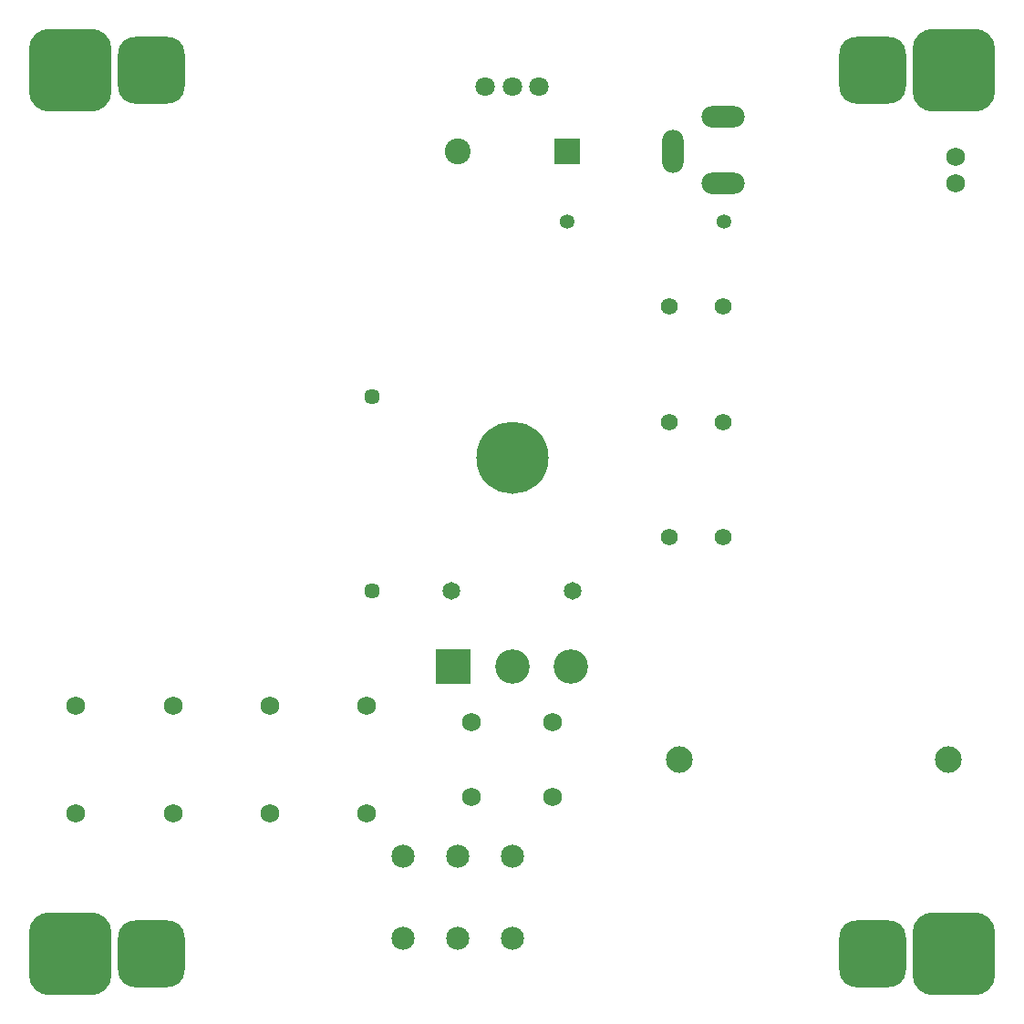
<source format=gbs>
G04*
G04 #@! TF.GenerationSoftware,Altium Limited,Altium Designer,24.0.1 (36)*
G04*
G04 Layer_Color=16711935*
%FSLAX44Y44*%
%MOMM*%
G71*
G04*
G04 #@! TF.SameCoordinates,D455C0F4-C0DA-4954-B017-65243BD5B9B1*
G04*
G04*
G04 #@! TF.FilePolarity,Negative*
G04*
G01*
G75*
%ADD12C,2.4032*%
%ADD13R,2.4032X2.4032*%
%ADD14C,2.4732*%
%ADD15C,2.1532*%
%ADD16C,1.7432*%
%ADD17C,3.2032*%
%ADD18R,3.2032X3.2032*%
%ADD19C,6.7032*%
%ADD20C,1.7272*%
%ADD21O,2.0032X4.0032*%
%ADD22O,4.0032X2.0032*%
%ADD23C,1.4532*%
%ADD24C,1.5632*%
%ADD25C,1.3532*%
%ADD26C,1.8032*%
%ADD27C,1.6532*%
G04:AMPARAMS|DCode=28|XSize=6.2032mm|YSize=6.2032mm|CornerRadius=1.6016mm|HoleSize=0mm|Usage=FLASHONLY|Rotation=0.000|XOffset=0mm|YOffset=0mm|HoleType=Round|Shape=RoundedRectangle|*
%AMROUNDEDRECTD28*
21,1,6.2032,3.0000,0,0,0.0*
21,1,3.0000,6.2032,0,0,0.0*
1,1,3.2032,1.5000,-1.5000*
1,1,3.2032,-1.5000,-1.5000*
1,1,3.2032,-1.5000,1.5000*
1,1,3.2032,1.5000,1.5000*
%
%ADD28ROUNDEDRECTD28*%
G04:AMPARAMS|DCode=29|XSize=7.7032mm|YSize=7.7032mm|CornerRadius=1.9766mm|HoleSize=0mm|Usage=FLASHONLY|Rotation=0.000|XOffset=0mm|YOffset=0mm|HoleType=Round|Shape=RoundedRectangle|*
%AMROUNDEDRECTD29*
21,1,7.7032,3.7500,0,0,0.0*
21,1,3.7500,7.7032,0,0,0.0*
1,1,3.9532,1.8750,-1.8750*
1,1,3.9532,-1.8750,-1.8750*
1,1,3.9532,-1.8750,1.8750*
1,1,3.9532,1.8750,1.8750*
%
%ADD29ROUNDEDRECTD29*%
D12*
X399200Y785000D02*
D03*
D13*
X500800D02*
D03*
D14*
X605000Y220000D02*
D03*
X855000D02*
D03*
D15*
X348400Y53800D02*
D03*
Y130000D02*
D03*
X450000Y53800D02*
D03*
X399200D02*
D03*
X450000Y130000D02*
D03*
X399200D02*
D03*
D16*
X861500Y780000D02*
D03*
Y755000D02*
D03*
D17*
X450000Y306600D02*
D03*
X504500D02*
D03*
D18*
X395500D02*
D03*
D19*
X450000Y500000D02*
D03*
D20*
X45000Y170000D02*
D03*
Y270000D02*
D03*
X225000D02*
D03*
Y170000D02*
D03*
X315000Y270000D02*
D03*
Y170000D02*
D03*
X487500Y185000D02*
D03*
X412500D02*
D03*
X487500Y255000D02*
D03*
X412500D02*
D03*
X135000Y170000D02*
D03*
Y270000D02*
D03*
D21*
X599250Y785000D02*
D03*
D22*
X646250Y817000D02*
D03*
Y755000D02*
D03*
D23*
X320000Y557000D02*
D03*
Y377000D02*
D03*
D24*
X596000Y640500D02*
D03*
X646000D02*
D03*
X596000Y533500D02*
D03*
X646000D02*
D03*
X596250Y426250D02*
D03*
X646250D02*
D03*
D25*
X646500Y720000D02*
D03*
X501500D02*
D03*
D26*
X450000Y845000D02*
D03*
X425000D02*
D03*
X475000D02*
D03*
D27*
X394000Y377000D02*
D03*
X506000D02*
D03*
D28*
X115000Y40000D02*
D03*
X785000D02*
D03*
Y860000D02*
D03*
X115000D02*
D03*
D29*
X40000Y40000D02*
D03*
X860000D02*
D03*
Y860000D02*
D03*
X40000D02*
D03*
M02*

</source>
